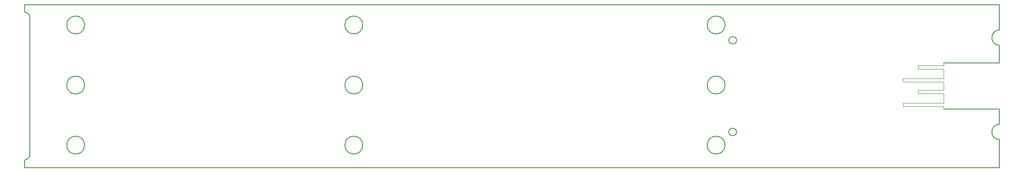
<source format=gm1>
G04 #@! TF.GenerationSoftware,KiCad,Pcbnew,7.0.1-0*
G04 #@! TF.CreationDate,2023-04-13T17:41:15+02:00*
G04 #@! TF.ProjectId,Remote,52656d6f-7465-42e6-9b69-6361645f7063,rev?*
G04 #@! TF.SameCoordinates,Original*
G04 #@! TF.FileFunction,Profile,NP*
%FSLAX46Y46*%
G04 Gerber Fmt 4.6, Leading zero omitted, Abs format (unit mm)*
G04 Created by KiCad (PCBNEW 7.0.1-0) date 2023-04-13 17:41:15*
%MOMM*%
%LPD*%
G01*
G04 APERTURE LIST*
G04 #@! TA.AperFunction,Profile*
%ADD10C,0.150000*%
G04 #@! TD*
G04 #@! TA.AperFunction,Profile*
%ADD11C,0.100000*%
G04 #@! TD*
G04 APERTURE END LIST*
D10*
X179475400Y-47005000D02*
G75*
G03*
X179475400Y-47005000I-750000J0D01*
G01*
X179475400Y-65009000D02*
G75*
G03*
X179475400Y-65009000I-750000J0D01*
G01*
X177225400Y-67600800D02*
G75*
G03*
X177225400Y-67600800I-1750400J0D01*
G01*
X106225400Y-44000800D02*
G75*
G03*
X106225400Y-44000800I-1750400J0D01*
G01*
X51725400Y-55800800D02*
G75*
G03*
X51725400Y-55800800I-1750400J0D01*
G01*
X51725400Y-67600800D02*
G75*
G03*
X51725400Y-67600800I-1750400J0D01*
G01*
X177225400Y-44000800D02*
G75*
G03*
X177225400Y-44000800I-1750400J0D01*
G01*
X106225400Y-55800800D02*
G75*
G03*
X106225400Y-55800800I-1750400J0D01*
G01*
X106225400Y-67600800D02*
G75*
G03*
X106225400Y-67600800I-1750400J0D01*
G01*
X177225400Y-55800800D02*
G75*
G03*
X177225400Y-55800800I-1750400J0D01*
G01*
D11*
X220065600Y-59994800D02*
X220065600Y-60502800D01*
X220065600Y-52679600D02*
X220065600Y-53187600D01*
X220065600Y-54508400D02*
X212140800Y-54508400D01*
D10*
X231000000Y-63500000D02*
G75*
G03*
X231000000Y-66500000I0J-1500000D01*
G01*
D11*
X212140800Y-55219600D02*
X220065600Y-55219600D01*
X220065600Y-51500000D02*
X220065600Y-51968400D01*
X212090000Y-59334400D02*
X212090000Y-59994800D01*
D10*
X231000000Y-72000000D02*
X40000000Y-72000000D01*
X40000000Y-70500000D02*
G75*
G03*
X41000000Y-69500000I0J1000000D01*
G01*
X40000000Y-40000000D02*
X231000000Y-40000000D01*
X40000000Y-40000000D02*
X40000000Y-41500000D01*
D11*
X215087200Y-52679600D02*
X220065600Y-52679600D01*
X215087200Y-57454800D02*
X220065600Y-57454800D01*
D10*
X41000000Y-69500000D02*
X41000000Y-42500000D01*
D11*
X212090000Y-59994800D02*
X220065600Y-59994800D01*
D10*
X231000000Y-48000000D02*
X231000000Y-51500000D01*
X231000000Y-60500000D02*
X220065600Y-60502800D01*
X231000000Y-66500000D02*
X231000000Y-72000000D01*
D11*
X220065600Y-55219600D02*
X220065600Y-56794400D01*
D10*
X231000000Y-40000000D02*
X231000000Y-45000000D01*
D11*
X212140800Y-54508400D02*
X212140800Y-55219600D01*
X215087200Y-56794400D02*
X215087200Y-57454800D01*
D10*
X220065600Y-51500000D02*
X231000000Y-51500000D01*
D11*
X220065600Y-51968400D02*
X215087200Y-51968400D01*
X220065600Y-56794400D02*
X215087200Y-56794400D01*
D10*
X40000000Y-72000000D02*
X40000000Y-70500000D01*
X41000000Y-42500000D02*
G75*
G03*
X40000000Y-41500000I-1000000J0D01*
G01*
X51725400Y-44000800D02*
G75*
G03*
X51725400Y-44000800I-1750400J0D01*
G01*
X231000000Y-45000000D02*
G75*
G03*
X231000000Y-48000000I0J-1500000D01*
G01*
D11*
X220065600Y-57454800D02*
X220065600Y-59334400D01*
X215087200Y-51968400D02*
X215087200Y-52679600D01*
X220065600Y-53187600D02*
X220065600Y-54508400D01*
D10*
X231000000Y-60500000D02*
X231000000Y-63500000D01*
D11*
X220065600Y-59334400D02*
X212090000Y-59334400D01*
M02*

</source>
